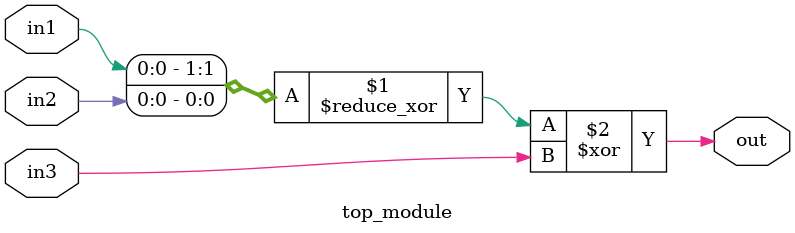
<source format=sv>
module top_module (
	input in1,
	input in2,
	input in3,
	output logic out
);
	assign out = ^({in1, in2}) ^ in3;
endmodule

</source>
